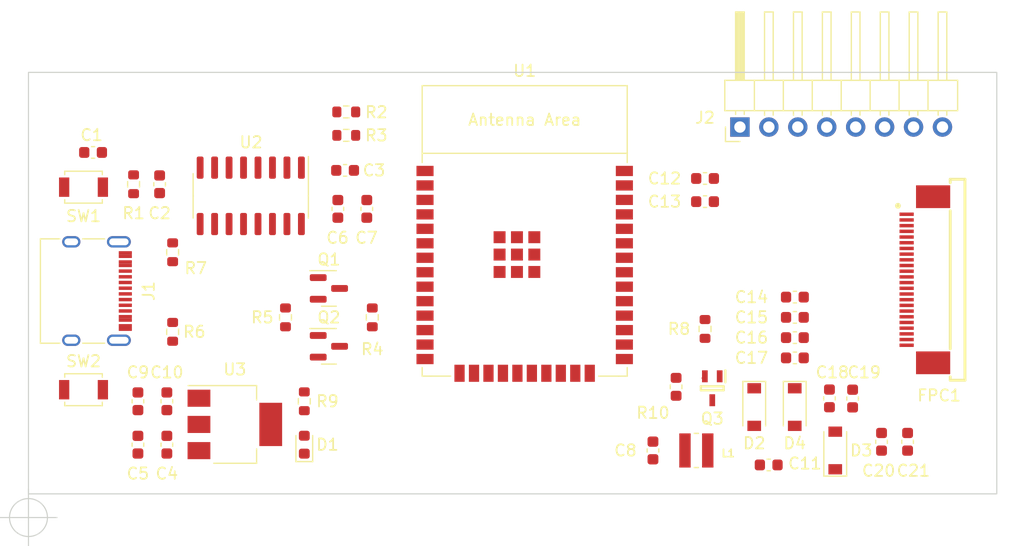
<source format=kicad_pcb>
(kicad_pcb (version 20211014) (generator pcbnew)
  (layers (0 "F.Cu" signal) (31 "B.Cu" signal) (34 "B.Paste" user) (35 "F.Paste" user) (36 "B.SilkS" user "B.Silkscreen") (37 "F.SilkS" user "F.Silkscreen") (38 "B.Mask" user) (39 "F.Mask" user) (44 "Edge.Cuts" user))
  (net 0 "")
  (net 1 "/RST_EN")
  (net 2 "GND")
  (net 3 "+3.3V")
  (net 4 "/3V3")
  (net 5 "+5V")
  (net 6 "Net-(C11-Pad1)")
  (net 7 "Net-(C11-Pad2)")
  (net 8 "Net-(C12-Pad1)")
  (net 9 "/VGL")
  (net 10 "/VGH")
  (net 11 "/VDD")
  (net 12 "/VPP")
  (net 13 "/VSH")
  (net 14 "/PREVGH")
  (net 15 "/VSL")
  (net 16 "/PREVGL")
  (net 17 "/VCOM")
  (net 18 "Net-(D1-Pad2)")
  (net 20 "/GDR")
  (net 21 "/RESE")
  (net 24 "/BUSY")
  (net 25 "/RST")
  (net 26 "/DC")
  (net 27 "/CS")
  (net 28 "/CLK")
  (net 29 "/SDA")
  (net 32 "Net-(J1-PadA5)")
  (net 33 "/D+")
  (net 34 "/D-")
  (net 36 "Net-(J1-PadB5)")
  (net 38 "/RTS")
  (net 39 "Net-(Q1-Pad2)")
  (net 40 "/DTR")
  (net 41 "Net-(Q2-Pad2)")
  (net 42 "/BOOT")
  (net 43 "/RXD0 ESP32")
  (net 44 "Net-(R2-Pad2)")
  (net 45 "/TXD0 ESP32")
  (net 46 "Net-(R3-Pad2)")
  (footprint "Capacitor_SMD:C_0603_1608Metric" (layer "F.Cu") (at 116.459 89.662 180)
    (fp_text reference "C1" (at 0.127 1.524) (layer "F.SilkS"))
    (fp_text value "0.1μF")
    (fp_line (start -0.14058 0.51) (end 0.14058 0.51) (layer "F.SilkS") (width 0.12))
    (fp_line (start -0.14058 -0.51) (end 0.14058 -0.51) (layer "F.SilkS") (width 0.12))
    (pad "1" smd roundrect (at -0.775 0 180) (size 0.9 0.95) (layers "F.Cu" "F.Paste" "F.Mask") (net 1 "/RST_EN"))
    (pad "2" smd roundrect (at 0.775 0 180) (size 0.9 0.95) (layers "F.Cu" "F.Paste" "F.Mask") (net 2 "GND"))
  )
  (footprint "Package_TO_SOT_SMD:SOT-23" (layer "F.Cu") (at 137.16 101.6)
    (fp_text reference "Q1" (at 0 -2.54) (layer "F.SilkS"))
    (fp_text value "S8050")
    (fp_line (start 0 -1.56) (end -1.675 -1.56) (layer "F.SilkS") (width 0.12))
    (fp_line (start 0 1.56) (end -0.65 1.56) (layer "F.SilkS") (width 0.12))
    (fp_line (start 0 -1.56) (end 0.65 -1.56) (layer "F.SilkS") (width 0.12))
    (fp_line (start 0 1.56) (end 0.65 1.56) (layer "F.SilkS") (width 0.12))
    (pad "1" smd roundrect (at -0.9375 -0.95) (size 1.475 0.6) (layers "F.Cu" "F.Paste" "F.Mask") (net 38 "/RTS"))
    (pad "2" smd roundrect (at -0.9375 0.95) (size 1.475 0.6) (layers "F.Cu" "F.Paste" "F.Mask") (net 39 "Net-(Q1-Pad2)"))
    (pad "3" smd roundrect (at 0.9375 0) (size 1.475 0.6) (layers "F.Cu" "F.Paste" "F.Mask") (net 1 "/RST_EN"))
  )
  (footprint "Resistor_SMD:R_0603_1608Metric" (layer "F.Cu") (at 133.35 104.14 -90)
    (fp_text reference "R5" (at 0 2.032) (layer "F.SilkS"))
    (fp_text value "10K")
    (fp_line (start -0.237258 -0.5225) (end 0.237258 -0.5225) (layer "F.SilkS") (width 0.12))
    (fp_line (start -0.237258 0.5225) (end 0.237258 0.5225) (layer "F.SilkS") (width 0.12))
    (pad "1" smd roundrect (at -0.825 0 270) (size 0.8 0.95) (layers "F.Cu" "F.Paste" "F.Mask") (net 38 "/RTS"))
    (pad "2" smd roundrect (at 0.825 0 270) (size 0.8 0.95) (layers "F.Cu" "F.Paste" "F.Mask") (net 41 "Net-(Q2-Pad2)"))
  )
  (footprint "Capacitor_SMD:C_0603_1608Metric" (layer "F.Cu") (at 170.18 93.98)
    (property "Reference" "C14")
    (property "Value" "1μF/50V")
    (fp_text reference "C13" (at -3.556 0) (layer "F.SilkS"))
    (fp_text value "1μF")
    (fp_line (start -0.14058 0.51) (end 0.14058 0.51) (layer "F.SilkS") (width 0.12))
    (fp_line (start -0.14058 -0.51) (end 0.14058 -0.51) (layer "F.SilkS") (width 0.12))
    (pad "1" smd roundrect (at -0.775 0) (size 0.9 0.95) (layers "F.Cu" "F.Paste" "F.Mask") (net 8 "Net-(C12-Pad1)"))
    (pad "2" smd roundrect (at 0.775 0) (size 0.9 0.95) (layers "F.Cu" "F.Paste" "F.Mask") (net 10 "/VGH"))
  )
  (footprint "Capacitor_SMD:C_0603_1608Metric" (layer "F.Cu") (at 178.067 107.696)
    (property "Reference" "C18")
    (property "Value" "1μF/50V")
    (fp_text reference "C17" (at -3.81 0) (layer "F.SilkS"))
    (fp_text value "1μF")
    (fp_line (start -0.14058 -0.51) (end 0.14058 -0.51) (layer "F.SilkS") (width 0.12))
    (fp_line (start -0.14058 0.51) (end 0.14058 0.51) (layer "F.SilkS") (width 0.12))
    (pad "1" smd roundrect (at -0.775 0) (size 0.9 0.95) (layers "F.Cu" "F.Paste" "F.Mask") (net 2 "GND"))
    (pad "2" smd roundrect (at 0.775 0) (size 0.9 0.95) (layers "F.Cu" "F.Paste" "F.Mask") (net 13 "/VSH"))
  )
  (footprint "SI1308EDL-T1-GE3:SOT65P210X110-3N" (layer "F.Cu") (at 170.815 110.363 -90)
    (fp_text reference "Q3" (at 2.667 0 180) (layer "F.SilkS"))
    (fp_text value "SI1308EDL-T1-GE3")
    (fp_line (start 0.175 1) (end -0.175 1) (layer "F.SilkS") (width 0.2))
    (fp_line (start -0.175 -1) (end 0.175 -1) (layer "F.SilkS") (width 0.2))
    (fp_line (start 0.175 -1) (end 0.175 1) (layer "F.SilkS") (width 0.2))
    (fp_line (start -1.575 -1.15) (end -0.525 -1.15) (layer "F.SilkS") (width 0.2))
    (fp_line (start -0.175 1) (end -0.175 -1) (layer "F.SilkS") (width 0.2))
    (pad "1" smd rect locked (at -1.05 -0.65 270) (size 1.05 0.5) (layers "F.Cu" "F.Paste" "F.Mask") (net 20 "/GDR"))
    (pad "2" smd rect locked (at -1.05 0.65 270) (size 1.05 0.5) (layers "F.Cu" "F.Paste" "F.Mask") (net 21 "/RESE"))
    (pad "3" smd rect locked (at 1.05 0 270) (size 1.05 0.5) (layers "F.Cu" "F.Paste" "F.Mask") (net 7 "Net-(C11-Pad2)"))
  )
  (footprint "Connector_USB:USB_C_Receptacle_XKB_U262-16XN-4BVC11" (layer "F.Cu") (at 115.6208 101.8286 -90)
    (fp_text reference "J1" (at 0 -5.715 90) (layer "F.SilkS"))
    (fp_text value "USB_C_Receptacle_USB2.0")
    (fp_line (start 4.58 0.07) (end 4.58 -1.85) (layer "F.SilkS") (width 0.12))
    (fp_line (start -4.58 3.785) (end -4.58 2.08) (layer "F.SilkS") (width 0.12))
    (fp_line (start -4.58 -1.85) (end -4.58 0.07) (layer "F.SilkS") (width 0.12))
    (fp_line (start 4.58 3.785) (end -4.58 3.785) (layer "F.SilkS") (width 0.12))
    (fp_line (start 4.58 2.08) (end 4.58 3.785) (layer "F.SilkS") (width 0.12))
    (pad "" np_thru_hole circle (at -2.89 -2.605 270) (size 0.65 0.65) (drill 0.65) (layers *.Cu *.Mask))
    (pad "" np_thru_hole circle (at 2.89 -2.605 270) (size 0.65 0.65) (drill 0.65) (layers *.Cu *.Mask))
    (pad "A1" smd rect (at -3.35 -3.67 270) (size 0.3 1.15) (layers "F.Cu" "F.Paste" "F.Mask") (net 2 "GND"))
    (pad "A4" smd rect (at -2.55 -3.67 270) (size 0.3 1.15) (layers "F.Cu" "F.Paste" "F.Mask") (net 5 "+5V"))
    (pad "A5" smd rect (at -1.25 -3.67 270) (size 0.3 1.15) (layers "F.Cu" "F.Paste" "F.Mask") (net 32 "Net-(J1-PadA5)"))
    (pad "A6" smd rect (at -0.25 -3.67 270) (size 0.3 1.15) (layers "F.Cu" "F.Paste" "F.Mask") (net 33 "/D+"))
    (pad "A7" smd rect (at 0.25 -3.67 270) (size 0.3 1.15) (layers "F.Cu" "F.Paste" "F.Mask") (net 34 "/D-"))
    (pad "A8" smd rect (at 1.25 -3.67 270) (size 0.3 1.15) (layers "F.Cu" "F.Paste" "F.Mask"))
    (pad "A9" smd rect (at 2.55 -3.67 270) (size 0.3 1.15) (layers "F.Cu" "F.Paste" "F.Mask") (net 5 "+5V"))
    (pad "A12" smd rect (at 3.35 -3.67 270) (size 0.3 1.15) (layers "F.Cu" "F.Paste" "F.Mask") (net 2 "GND"))
    (pad "B1" smd rect (at 3.05 -3.67 270) (size 0.3 1.15) (layers "F.Cu" "F.Paste" "F.Mask") (net 2 "GND"))
    (pad "B4" smd rect (at 2.25 -3.67 270) (size 0.3 1.15) (layers "F.Cu" "F.Paste" "F.Mask") (net 5 "+5V"))
    (pad "B5" smd rect (at 1.75 -3.67 270) (size 0.3 1.15) (layers "F.Cu" "F.Paste" "F.Mask") (net 36 "Net-(J1-PadB5)"))
    (pad "B6" smd rect (at 0.75 -3.67 270) (size 0.3 1.15) (layers "F.Cu" "F.Paste" "F.Mask") (net 33 "/D+"))
    (pad "B7" smd rect (at -0.75 -3.67 270) (size 0.3 1.15) (layers "F.Cu" "F.Paste" "F.Mask") (net 34 "/D-"))
    (pad "B8" smd rect (at -1.75 -3.67 270) (size 0.3 1.15) (layers "F.Cu" "F.Paste" "F.Mask"))
    (pad "B9" smd rect (at -2.25 -3.67 270) (size 0.3 1.15) (layers "F.Cu" "F.Paste" "F.Mask") (net 5 "+5V"))
    (pad "B12" smd rect (at -3.05 -3.67 270) (size 0.3 1.15) (layers "F.Cu" "F.Paste" "F.Mask") (net 2 "GND"))
    (pad "S1" thru_hole oval (at 4.32 -3.105 270) (size 1 2.1) (drill oval 0.6 1.7) (layers *.Cu *.Mask) (net 2 "GND"))
    (pad "S1" thru_hole oval (at -4.32 -3.105 270) (size 1 2.1) (drill oval 0.6 1.7) (layers *.Cu *.Mask) (net 2 "GND"))
    (pad "S1" thru_hole oval (at -4.32 1.075 270) (size 1 1.6) (drill oval 0.6 1.2) (layers *.Cu *.Mask) (net 2 "GND"))
    (pad "S1" thru_hole oval (at 4.32 1.075 270) (size 1 1.6) (drill oval 0.6 1.2) (layers *.Cu *.Mask) (net 2 "GND"))
  )
  (footprint "Package_TO_SOT_SMD:SOT-223-3_TabPin2" (layer "F.Cu") (at 128.905 113.538)
    (fp_text reference "U3" (at 0 -4.826 180) (layer "F.SilkS"))
    (fp_text value "AMS1117-3.3")
    (fp_line (start 1.91 3.41) (end 1.91 2.15) (layer "F.SilkS") (width 0.12))
    (fp_line (start -4.1 -3.41) (end 1.91 -3.41) (layer "F.SilkS") (width 0.12))
    (fp_line (start -1.85 3.41) (end 1.91 3.41) (layer "F.SilkS") (width 0.12))
    (fp_line (start 1.91 -3.41) (end 1.91 -2.15) (layer "F.SilkS") (width 0.12))
    (pad "1" smd rect (at -3.15 -2.3) (size 2 1.5) (layers "F.Cu" "F.Paste" "F.Mask") (net 2 "GND"))
    (pad "2" smd rect (at -3.15 0) (size 2 1.5) (layers "F.Cu" "F.Paste" "F.Mask") (net 3 "+3.3V"))
    (pad "2" smd rect (at 3.15 0) (size 2 3.8) (layers "F.Cu" "F.Paste" "F.Mask") (net 3 "+3.3V"))
    (pad "3" smd rect (at -3.15 2.3) (size 2 1.5) (layers "F.Cu" "F.Paste" "F.Mask") (net 5 "+5V"))
  )
  (footprint "Diode_SMD:D_SOD-123" (layer "F.Cu") (at 174.498 112.014 -90)
    (fp_text reference "D2" (at 3.175 0) (layer "F.SilkS"))
    (fp_text value "MBR0530")
    (fp_line (start -2.25 -1) (end 1.65 -1) (layer "F.SilkS") (width 0.12))
    (fp_line (start -2.25 1) (end 1.65 1) (layer "F.SilkS") (width 0.12))
    (fp_line (start -2.25 -1) (end -2.25 1) (layer "F.SilkS") (width 0.12))
    (pad "1" smd rect (at -1.65 0 270) (size 0.9 1.2) (layers "F.Cu" "F.Paste" "F.Mask") (net 2 "GND"))
    (pad "2" smd rect (at 1.65 0 270) (size 0.9 1.2) (layers "F.Cu" "F.Paste" "F.Mask") (net 6 "Net-(C11-Pad1)"))
  )
  (footprint "Espressif:ESP32-WROOM-32E" (layer "F.Cu") (at 154.349 98.298)
    (fp_text reference "U1" (at 0 -15.8) (layer "F.SilkS"))
    (fp_text value "ESP32-WROOM-E")
    (fp_text user "Antenna Area" (at 0 -11.5) (layer "F.SilkS"))
    (fp_line (start 9 -8.56) (end -9 -8.56) (layer "F.SilkS") (width 0.12))
    (fp_line (start -9 -14.5) (end -9 -7.75) (layer "F.SilkS") (width 0.12))
    (fp_line (start -9 10.25) (end -9 11) (layer "F.SilkS") (width 0.12))
    (fp_line (start 9 -14.5) (end 9 -7.75) (layer "F.SilkS") (width 0.12))
    (fp_line (start 9 11) (end 8.25 11) (layer "F.SilkS") (width 0.12))
    (fp_line (start 8.25 11) (end 6.5 11) (layer "F.SilkS") (width 0.12))
    (fp_line (start 9 10.25) (end 9 11) (layer "F.SilkS") (width 0.12))
    (fp_line (start -8.25 11) (end -6.5 11) (layer "F.SilkS") (width 0.12))
    (fp_line (start -9 -14.5) (end 9 -14.5) (layer "F.SilkS") (width 0.12))
    (fp_line (start -9 11) (end -8.25 11) (layer "F.SilkS") (width 0.12))
    (pad "1" smd rect (at -8.75 -7.01) (size 1.5 0.9) (layers "F.Cu" "F.Paste" "F.Mask") (net 2 "GND"))
    (pad "2" smd rect (at -8.75 -5.74) (size 1.5 0.9) (layers "F.Cu" "F.Paste" "F.Mask") (net 3 "+3.3V"))
    (pad "3" smd rect (at -8.75 -4.47) (size 1.5 0.9) (layers "F.Cu" "F.Paste" "F.Mask") (net 1 "/RST_EN"))
    (pad "4" smd rect (at -8.75 -3.2) (size 1.5 0.9) (layers "F.Cu" "F.Paste" "F.Mask"))
    (pad "5" smd rect (at -8.75 -1.93) (size 1.5 0.9) (layers "F.Cu" "F.Paste" "F.Mask"))
    (pad "6" smd rect (at -8.75 -0.66) (size 1.5 0.9) (layers "F.Cu" "F.Paste" "F.Mask"))
    (pad "7" smd rect (at -8.75 0.61) (size 1.5 0.9) (layers "F.Cu" "F.Paste" "F.Mask"))
    (pad "8" smd rect (at -8.75 1.88) (size 1.5 0.9) (layers "F.Cu" "F.Paste" "F.Mask"))
    (pad "9" smd rect (at -8.75 3.15) (size 1.5 0.9) (layers "F.Cu" "F.Paste" "F.Mask"))
    (pad "10" smd rect (at -8.75 4.42) (size 1.5 0.9) (layers "F.Cu" "F.Paste" "F.Mask"))
    (pad "11" smd rect (at -8.75 5.69) (size 1.5 0.9) (layers "F.Cu" "F.Paste" "F.Mask"))
    (pad "12" smd rect (at -8.75 6.96) (size 1.5 0.9) (layers "F.Cu" "F.Paste" "F.Mask"))
    (pad "13" smd rect (at -8.75 8.23) (size 1.5 0.9) (layers "F.Cu" "F.Paste" "F.Mask") (net 28 "/CLK"))
    (pad "14" smd rect (at -8.75 9.5) (size 1.5 0.9) (layers "F.Cu" "F.Paste" "F.Mask"))
    (pad "15" smd rect (at -5.72 10.75 90) (size 1.5 0.9) (layers "F.Cu" "F.Paste" "F.Mask") (net 2 "GND"))
    (pad "16" smd rect (at -4.45 10.75 90) (size 1.5 0.9) (layers "F.Cu" "F.Paste" "F.Mask") (net 29 "/SDA"))
    (pad "17" smd rect (at -3.18 10.75 90) (size 1.5 0.9) (layers "F.Cu" "F.Paste" "F.Mask"))
    (pad "18" smd rect (at -1.91 10.75 90) (size 1.5 0.9) (layers "F.Cu" "F.Paste" "F.Mask"))
    (pad "19" smd rect (at -0.64 10.75 90) (size 1.5 0.9) (layers "F.Cu" "F.Paste" "F.Mask"))
    (pad "20" smd rect (at 0.63 10.75 90) (size 1.5 0.9) (layers "F.Cu" "F.Paste" "F.Mask"))
    (pad "21" smd rect (at 1.9 10.75 90) (size 1.5 0.9) (layers "F.Cu" "F.Paste" "F.Mask"))
    (pad "22" smd rect (at 3.17 10.75 90) (size 1.5 0.9) (layers "F.Cu" "F.Paste" "F.Mask"))
    (pad "23" smd rect (at 4.44 10.75 90) (size 1.5 0.9) (layers "F.Cu" "F.Paste" "F.Mask") (net 27 "/CS"))
    (pad "24" smd rect (at 5.71 10.75 90) (size 1.5 0.9) (layers "F.Cu" "F.Paste" "F.Mask"))
    (pad "25" smd rect (at 8.75 9.5 180) (size 1.5 0.9) (layers "F.Cu" "F.Paste" "F.Mask") (net 42 "/BOOT"))
    (pad "26" smd rect (at 8.75 8.23 180) (size 1.5 0.9) (layers "F.Cu" "F.Paste" "F.Mask") (net 26 "/DC"))
    (pad "27" smd rect (at 8.75 6.96 180) (size 1.5 0.9) (layers "F.Cu" "F.Paste" "F.Mask") (net 25 "/RST"))
    (pad "28" smd rect (at 8.75 5.69 180) (size 1.5 0.9) (layers "F.Cu" "F.Paste" "F.Mask") (net 24 "/BUSY"))
    (pad "29" smd rect (at 8.75 4.42 180) (size 1.5 0.9) (layers "F.Cu" "F.Paste" "F.Mask"))
    (pad "30" smd rect (at 8.75 3.15 180) (size 1.5 0.9) (layers "F.Cu" "F.Paste" "F.Mask"))
    (pad "31" smd rect (at 8.75 1.88 180) (size 1.5 0.9) (layers "F.Cu" "F.Paste" "F.Mask"))
    (pad "32" smd rect (at 8.75 0.61 180) (size 1.5 0.9) (layers "F.Cu" "F.Paste" "F.Mask"))
    (pad "33" smd rect (at 8.75 -0.66 180) (size 1.5 0.9) (layers "F.Cu" "F.Paste" "F.Mask"))
    (pad "34" smd rect (at 8.75 -1.93 180) (size 1.5 0.9) (layers "F.Cu" "F.Paste" "F.Mask") (net 44 "Net-(R2-Pad2)"))
    (pad "35" smd rect (at 8.75 -3.2 180) (size 1.5 0.9) (layers "F.Cu" "F.Paste" "F.Mask") (net 46 "Net-(R3-Pad2)"))
    (pad "36" smd rect (at 8.75 -4.47 180) (size 1.5 0.9) (layers "F.Cu" "F.Paste" "F.Mask"))
    (pad "37" smd rect (at 8.75 -5.74 180) (size 1.5 0.9) (layers "F.Cu" "F.Paste" "F.Mask"))
    (pad "38" smd rect (at 8.75 -7.01 180) (size 1.5 0.9) (layers "F.Cu" "F.Paste" "F.Mask") (net 2 "GND"))
    (pad "39" smd rect (at 0.845 0.33 180) (size 1.05 1.05) (layers "F.Cu" "F.Paste" "F.Mask") (net 2 "GND"))
    (pad "39" smd rect (at 0.845 1.855 180) (size 1.05 1.05) (layers "F.Cu" "F.Paste" "F.Mask") (net 2 "GND"))
    (pad "39" smd rect (at -0.68 -1.195 180) (size 1.05 1.05) (layers "F.Cu" "F.Paste" "F.Mask") (net 2 "GND"))
    (pad "39" smd rect (at -2.205 0.33 180) (size 1.05 1.05) (layers "F.Cu" "F.Paste" "F.Mask") (net 2 "GND"))
    (pad "39" smd rect (at -2.205 -1.195 180) (size 1.05 1.05) (layers "F.Cu" "F.Paste" "F.Mask") (net 2 "GND"))
    (pad "39" smd rect (at 0.845 -1.195 180) (size 1.05 1.05) (layers "F.Cu" "F.Paste" "F.Mask") (net 2 "GND"))
    (pad "39" smd rect (at -0.68 1.855 180) (size 1.05 1.05) (layers "F.Cu" "F.Paste" "F.Mask") (net 2 "GND"))
    (pad "39" smd rect (at -2.205 1.855 180) (size 1.05 1.05) (layers "F.Cu" "F.Paste" "F.Mask") (net 2 "GND"))
    (pad "39" smd rect (at -0.68 0.33 180) (size 1.05 1.05) (layers "F.Cu" "F.Paste" "F.Mask") (net 2 "GND"))
  )
  (footprint "Capacitor_SMD:C_0603_1608Metric" (layer "F.Cu") (at 120.396 115.316 90)
    (fp_text reference "C5" (at -2.54 0 180) (layer "F.SilkS"))
    (fp_text value "10μF/10V")
    (fp_line (start -0.14058 0.51) (end 0.14058 0.51) (layer "F.SilkS") (width 0.12))
    (fp_line (start -0.14058 -0.51) (end 0.14058 -0.51) (layer "F.SilkS") (width 0.12))
    (pad "1" smd roundrect (at -0.775 0 90) (size 0.9 0.95) (layers "F.Cu" "F.Paste" "F.Mask") (net 5 "+5V"))
    (pad "2" smd roundrect (at 0.775 0 90) (size 0.9 0.95) (layers "F.Cu" "F.Paste" "F.Mask") (net 2 "GND"))
  )
  (footprint "Capacitor_SMD:C_0603_1608Metric" (layer "F.Cu") (at 175.768 117.094)
    (fp_text reference "C11" (at 3.175 -0.127) (layer "F.SilkS"))
    (fp_text value "4.7μF")
    (fp_line (start -0.14058 0.51) (end 0.14058 0.51) (layer "F.SilkS") (width 0.12))
    (fp_line (start -0.14058 -0.51) (end 0.14058 -0.51) (layer "F.SilkS") (width 0.12))
    (pad "1" smd roundrect (at -0.775 0) (size 0.9 0.95) (layers "F.Cu" "F.Paste" "F.Mask") (net 6 "Net-(C11-Pad1)"))
    (pad "2" smd roundrect (at 0.775 0) (size 0.9 0.95) (layers "F.Cu" "F.Paste" "F.Mask") (net 7 "Net-(C11-Pad2)"))
  )
  (footprint "05K-AS-24PWB:FPC-SMD_24P-P0.50_0.5K-AS-24PWB" (layer "F.Cu") (at 189.039 100.838 90)
    (fp_text reference "FPC1" (at -10.16 -0.317 180) (layer "F.SilkS") (effects (justify left)))
    (fp_text value "0.5K-AS-24PWB")
    (fp_line (start -6.059 2.665) (end 6.059 2.665) (layer "F.SilkS") (width 0.254))
    (fp_line (start 8.82 3.957) (end -8.82 3.957) (layer "F.SilkS") (width 0.254))
    (fp_line (start -8.82 2.667) (end -8.521 2.667) (layer "F.SilkS") (width 0.254))
    (fp_line (start 8.521 2.665) (end 8.82 2.665) (layer "F.SilkS") (width 0.254))
    (fp_line (start 8.82 2.665) (end 8.82 3.957) (layer "F.SilkS") (width 0.254))
    (fp_line (start -8.82 3.957) (end -8.82 2.667) (layer "F.SilkS") (width 0.254))
    (fp_circle (center 6.494 -1.924) (end 6.621 -1.924) (layer "F.SilkS") (width 0.254) (fill none))
    (pad "1" smd rect locked (at 5.75 -1.162 90) (size 0.3 1.25) (layers "F.Cu" "F.Paste" "F.Mask"))
    (pad "2" smd rect locked (at 5.25 -1.162 90) (size 0.3 1.25) (layers "F.Cu" "F.Paste" "F.Mask") (net 20 "/GDR"))
    (pad "3" smd rect locked (at 4.75 -1.162 90) (size 0.3 1.25) (layers "F.Cu" "F.Paste" "F.Mask") (net 21 "/RESE"))
    (pad "4" smd rect locked (at 4.25 -1.162 90) (size 0.3 1.25) (layers "F.Cu" "F.Paste" "F.Mask") (net 9 "/VGL"))
    (pad "5" smd rect locked (at 3.75 -1.162 90) (size 0.3 1.25) (layers "F.Cu" "F.Paste" "F.Mask") (net 10 "/VGH"))
    (pad "6" smd rect locked (at 3.25 -1.162 90) (size 0.3 1.25) (layers "F.Cu" "F.Paste" "F.Mask"))
    (pad "7" smd rect locked (at 2.75 -1.162 90) (size 0.3 1.25) (layers "F.Cu" "F.Paste" "F.Mask"))
    (pad "8" smd rect locked (at 2.25 -1.162 90) (size 0.3 1.25) (layers "F.Cu" "F.Paste" "F.Mask") (net 2 "GND"))
    (pad "9" smd rect locked (at 1.75 -1.162 90) (size 0.3 1.25) (layers "F.Cu" "F.Paste" "F.Mask") (net 24 "/BUSY"))
    (pad "10" smd rect locked (at 1.25 -1.162 90) (size 0.3 1.25) (layers "F.Cu" "F.Paste" "F.Mask") (net 25 "/RST"))
    (pad "11" smd rect locked (at 0.75 -1.162 90) (size 0.3 1.25) (layers "F.Cu" "F.Paste" "F.Mask") (net 26 "/DC"))
    (pad "12" smd rect locked (at 0.25 -1.162 90) (size 0.3 1.25) (layers "F.Cu" "F.Paste" "F.Mask") (net 27 "/CS"))
    (pad "13" smd rect locked (at -0.25 -1.162 90) (size 0.3 1.25) (layers "F.Cu" "F.Paste" "F.Mask") (net 28 "/CLK"))
    (pad "14" smd rect locked (at -0.75 -1.162 90) (size 0.3 1.25) (layers "F.Cu" "F.Paste" "F.Mask") (net 29 "/SDA"))
    (pad "15" smd rect locked (at -1.25 -1.162 90) (size 0.3 1.25) (layers "F.Cu" "F.Paste" "F.Mask") (net 4 "/3V3"))
    (pad "16" smd rect locked (at -1.75 -1.162 90) (size 0.3 1.25) (layers "F.Cu" "F.Paste" "F.Mask") (net 4 "/3V3"))
    (pad "17" smd rect locked (at -2.25 -1.162 90) (size 0.3 1.25) (layers "F.Cu" "F.Paste" "F.Mask") (net 2 "GND"))
    (pad "18" smd rect locked (at -2.75 -1.162 90) (size 0.3 1.25) (layers "F.Cu" "F.Paste" "F.Mask") (net 11 "/VDD"))
    (pad "19" smd rect locked (at -3.25 -1.162 90) (size 0.3 1.25) (layers "F.Cu" "F.Paste" "F.Mask") (net 12 "/VPP"))
    (pad "20" smd rect locked (at -3.75 -1.162 90) (size 0.3 1.25) (layers "F.Cu" "F.Paste" "F.Mask") (net 13 "/VSH"))
    (pad "21" smd rect locked (at -4.25 -1.162 90) (size 0.3 1.25) (layers "F.Cu" "F.Paste" "F.Mask") (net 14 "/PREVGH"))
    (pad "22" smd rect locked (at -4.75 -1.162 90) (size 0.3 1.25) (layers "F.Cu" "F.Paste" "F.Mask") (net 15 "/VSL"))
    (pad "23" smd rect locked (at -5.25 -1.162 90) (size 0.3 1.25) (layers "F.Cu" "F.Paste" "F.Mask") (net 16 "/PREVGL"))
    (pad "24" smd rect locked (at -5.75 -1.162 90) (size 0.3 1.25) (layers "F.Cu" "F.Paste" "F.Mask") (net 17 "/VCOM"))
    (pad "25" smd rect locked (at -7.29 1.162 90) (size 2 3) (layers "F.Cu" "F.Paste" "F.Mask"))
    (pad "26" smd rect locked (at 7.29 1.162 90) (size 2 3) (layers "F.Cu" "F.Paste" "F.Mask"))
  )
  (footprint "Capacitor_SMD:C_0603_1608Metric" (layer "F.Cu") (at 178.067 105.918)
    (property "Reference" "C17")
    (property "Value" "1μF/50V")
    (fp_text reference "C16" (at -3.81 0) (layer "F.SilkS"))
    (fp_text value "1μF")
    (fp_line (start -0.14058 -0.51) (end 0.14058 -0.51) (layer "F.SilkS") (width 0.12))
    (fp_line (start -0.14058 0.51) (end 0.14058 0.51) (layer "F.SilkS") (width 0.12))
    (pad "1" smd roundrect (at -0.775 0) (size 0.9 0.95) (layers "F.Cu" "F.Paste" "F.Mask") (net 2 "GND"))
    (pad "2" smd roundrect (at 0.775 0) (size 0.9 0.95) (layers "F.Cu" "F.Paste" "F.Mask") (net 12 "/VPP"))
  )
  (footprint "Capacitor_SMD:C_0603_1608Metric" (layer "F.Cu") (at 181.102 111.252 90)
    (property "Reference" "C19")
    (property "Value" "1μF/50V")
    (fp_text reference "C18" (at 2.286 0.254 180) (layer "F.SilkS"))
    (fp_text value "1μF")
    (fp_line (start -0.14058 -0.51) (end 0.14058 -0.51) (layer "F.SilkS") (width 0.12))
    (fp_line (start -0.14058 0.51) (end 0.14058 0.51) (layer "F.SilkS") (width 0.12))
    (pad "1" smd roundrect (at -0.775 0 90) (size 0.9 0.95) (layers "F.Cu" "F.Paste" "F.Mask") (net 2 "GND"))
    (pad "2" smd roundrect (at 0.775 0 90) (size 0.9 0.95) (layers "F.Cu" "F.Paste" "F.Mask") (net 14 "/PREVGH"))
  )
  (footprint "Resistor_SMD:R_0603_1608Metric" (layer "F.Cu") (at 123.444 105.41 -90)
    (fp_text reference "R6" (at 0 -1.905 180) (layer "F.SilkS"))
    (fp_text value "5K1")
    (fp_line (start -0.237258 -0.5225) (end 0.237258 -0.5225) (layer "F.SilkS") (width 0.12))
    (fp_line (start -0.237258 0.5225) (end 0.237258 0.5225) (layer "F.SilkS") (width 0.12))
    (pad "1" smd roundrect (at -0.825 0 270) (size 0.8 0.95) (layers "F.Cu" "F.Paste" "F.Mask") (net 36 "Net-(J1-PadB5)"))
    (pad "2" smd roundrect (at 0.825 0 270) (size 0.8 0.95) (layers "F.Cu" "F.Paste" "F.Mask") (net 2 "GND"))
  )
  (footprint "Button_Switch_SMD:SW_SPST_B3U-1000P" (layer "F.Cu") (at 115.6208 110.49)
    (fp_text reference "SW2" (at 0 -2.5) (layer "F.SilkS"))
    (fp_text value "SW_Push")
    (fp_line (start 1.65 1.4) (end 1.65 1.1) (layer "F.SilkS") (width 0.12))
    (fp_line (start -1.65 1.1) (end -1.65 1.4) (layer "F.SilkS") (width 0.12))
    (fp_line (start -1.65 -1.1) (end -1.65 -1.4) (layer "F.SilkS") (width 0.12))
    (fp_line (start 1.65 -1.4) (end 1.65 -1.1) (layer "F.SilkS") (width 0.12))
    (fp_line (start -1.65 1.4) (end 1.65 1.4) (layer "F.SilkS") (width 0.12))
    (fp_line (start -1.65 -1.4) (end 1.65 -1.4) (layer "F.SilkS") (width 0.12))
    (pad "1" smd rect (at -1.7 0) (size 0.9 1.7) (layers "F.Cu" "F.Paste" "F.Mask") (net 2 "GND"))
    (pad "2" smd rect (at 1.7 0) (size 0.9 1.7) (layers "F.Cu" "F.Paste" "F.Mask") (net 42 "/BOOT"))
  )
  (footprint "LED_SMD:LED_0603_1608Metric" (layer "F.Cu") (at 135.001 115.316 90)
    (fp_text reference "D1" (at 0 2.032 180) (layer "F.SilkS"))
    (fp_text value "Green")
    (fp_line (start 0.8 -0.735) (end -1.485 -0.735) (layer "F.SilkS") (width 0.12))
    (fp_line (start -1.485 -0.735) (end -1.485 0.735) (layer "F.SilkS") (width 0.12))
    (fp_line (start -1.485 0.735) (end 0.8 0.735) (layer "F.SilkS") (width 0.12))
    (pad "1" smd roundrect (at -0.7875 0 90) (size 0.875 0.95) (layers "F.Cu" "F.Paste" "F.Mask") (net 2 "GND"))
    (pad "2" smd roundrect (at 0.7875 0 90) (size 0.875 0.95) (layers "F.Cu" "F.Paste" "F.Mask") (net 18 "Net-(D1-Pad2)"))
  )
  (footprint "Diode_SMD:D_SOD-123" (layer "F.Cu") (at 181.61 115.824 90)
    (fp_text reference "D3" (at 0 2.286) (layer "F.SilkS"))
    (fp_text value "MBR0530")
    (fp_line (start -2.25 -1) (end 1.65 -1) (layer "F.SilkS") (width 0.12))
    (fp_line (start -2.25 -1) (end -2.25 1) (layer "F.SilkS") (width 0.12))
    (fp_line (start -2.25 1) (end 1.65 1) (layer "F.SilkS") (width 0.12))
    (pad "1" smd rect (at -1.65 0 90) (size 0.9 1.2) (layers "F.Cu" "F.Paste" "F.Mask") (net 6 "Net-(C11-Pad1)"))
    (pad "2" smd rect (at 1.65 0 90) (size 0.9 1.2) (layers "F.Cu" "F.Paste" "F.Mask") (net 16 "/PREVGL"))
  )
  (footprint "Resistor_SMD:R_0603_1608Metric" (layer "F.Cu") (at 138.684 86.106)
    (fp_text reference "R2" (at 2.6416 0.0254) (layer "F.SilkS"))
    (fp_text value "1K")
    (fp_line (start -0.237258 0.5225) (end 0.237258 0.5225) (layer "F.SilkS") (width 0.12))
    (fp_line (start -0.237258 -0.5225) (end 0.237258 -0.5225) (layer "F.SilkS") (width 0.12))
    (pad "1" smd roundrect (at -0.825 0) (size 0.8 0.95) (layers "F.Cu" "F.Paste" "F.Mask") (net 43 "/RXD0 ESP32"))
    (pad "2" smd roundrect (at 0.825 0) (size 0.8 0.95) (layers "F.Cu" "F.Paste" "F.Mask") (net 44 "Net-(R2-Pad2)"))
  )
  (footprint "Capacitor_SMD:C_0603_1608Metric" (layer "F.Cu") (at 178.067 102.362)
    (property "Reference" "C15")
    (property "Value" "0.1μF/50V")
    (fp_text reference "C14" (at -3.81 0) (layer "F.SilkS"))
    (fp_text value "0.1μF")
    (fp_line (start -0.14058 -0.51) (end 0.14058 -0.51) (layer "F.SilkS") (width 0.12))
    (fp_line (start -0.14058 0.51) (end 0.14058 0.51) (layer "F.SilkS") (width 0.12))
    (pad "1" smd roundrect (at -0.775 0) (size 0.9 0.95) (layers "F.Cu" "F.Paste" "F.Mask") (net 2 "GND"))
    (pad "2" smd roundrect (at 0.775 0) (size 0.9 0.95) (layers "F.Cu" "F.Paste" "F.Mask") (net 4 "/3V3"))
  )
  (footprint "Capacitor_SMD:C_0603_1608Metric" (layer "F.Cu") (at 137.9474 94.615 -90)
    (fp_text reference "C6" (at 2.54 0.0254 180) (layer "F.SilkS"))
    (fp_text value "0.1μF")
    (fp_line (start -0.14058 -0.51) (end 0.14058 -0.51) (layer "F.SilkS") (width 0.12))
    (fp_line (start -0.14058 0.51) (end 0.14058 0.51) (layer "F.SilkS") (width 0.12))
    (pad "1" smd roundrect (at -0.775 0 270) (size 0.9 0.95) (layers "F.Cu" "F.Paste" "F.Mask") (net 2 "GND"))
    (pad "2" smd roundrect (at 0.775 0 270) (size 0.9 0.95) (layers "F.Cu" "F.Paste" "F.Mask") (net 5 "+5V"))
  )
  (footprint "Capacitor_SMD:C_0603_1608Metric" (layer "F.Cu") (at 165.608 115.824 90)
    (fp_text reference "C8" (at 0 -2.413 180) (layer "F.SilkS"))
    (fp_text value "4.7μF")
    (fp_line (start -0.14058 -0.51) (end 0.14058 -0.51) (layer "F.SilkS") (width 0.12))
    (fp_line (start -0.14058 0.51) (end 0.14058 0.51) (layer "F.SilkS") (width 0.12))
    (pad "1" smd roundrect (at -0.775 0 90) (size 0.9 0.95) (layers "F.Cu" "F.Paste" "F.Mask") (net 2 "GND"))
    (pad "2" smd roundrect (at 0.775 0 90) (size 0.9 0.95) (layers "F.Cu" "F.Paste" "F.Mask") (net 3 "+3.3V"))
  )
  (footprint "Button_Switch_SMD:SW_SPST_B3U-1000P" (layer "F.Cu") (at 115.6208 92.71)
    (fp_text reference "SW1" (at 0 2.54) (layer "F.SilkS"))
    (fp_text value "SW_Push")
    (fp_line (start -1.65 -1.4) (end 1.65 -1.4) (layer "F.SilkS") (width 0.12))
    (fp_line (start -1.65 -1.1) (end -1.65 -1.4) (layer "F.SilkS") (width 0.12))
    (fp_line (start 1.65 1.4) (end 1.65 1.1) (layer "F.SilkS") (width 0.12))
    (fp_line (start -1.65 1.4) (end 1.65 1.4) (layer "F.SilkS") (width 0.12))
    (fp_line (start 1.65 -1.4) (end 1.65 -1.1) (layer "F.SilkS") (width 0.12))
    (fp_line (start -1.65 1.1) (end -1.65 1.4) (layer "F.SilkS") (width 0.12))
    (pad "1" smd rect (at -1.7 0) (size 0.9 1.7) (layers "F.Cu" "F.Paste" "F.Mask") (net 2 "GND"))
    (pad "2" smd rect (at 1.7 0) (size 0.9 1.7) (layers "F.Cu" "F.Paste" "F.Mask") (net 1 "/RST_EN"))
  )
  (footprint "Capacitor_SMD:C_0603_1608Metric" (layer "F.Cu") (at 122.301 92.456 90)
    (fp_text reference "C2" (at -2.54 0) (layer "F.SilkS"))
    (fp_text value "0.1μF")
    (fp_line (start -0.14058 0.51) (end 0.14058 0.51) (layer "F.SilkS") (width 0.12))
    (fp_line (start -0.14058 -0.51) (end 0.14058 -0.51) (layer "F.SilkS") (width 0.12))
    (pad "1" smd roundrect (at -0.775 0 90) (size 0.9 0.95) (layers "F.Cu" "F.Paste" "F.Mask") (net 3 "+3.3V"))
    (pad "2" smd roundrect (at 0.775 0 90) (size 0.9 0.95) (layers "F.Cu" "F.Paste" "F.Mask") (net 2 "GND"))
  )
  (footprint "Resistor_SMD:R_0603_1608Metric" (layer "F.Cu") (at 140.97 104.14 90)
    (fp_text reference "R4" (at -2.794 0) (layer "F.SilkS"))
    (fp_text value "10K")
    (fp_line (start -0.237258 0.5225) (end 0.237258 0.5225) (layer "F.SilkS") (width 0.12))
    (fp_line (start -0.237258 -0.5225) (end 0.237258 -0.5225) (layer "F.SilkS") (width 0.12))
    (pad "1" smd roundrect (at -0.825 0 90) (size 0.8 0.95) (layers "F.Cu" "F.Paste" "F.Mask") (net 40 "/DTR"))
    (pad "2" smd roundrect (at 0.825 0 90) (size 0.8 0.95) (layers "F.Cu" "F.Paste" "F.Mask") (net 39 "Net-(Q1-Pad2)"))
  )
  (footprint "Connector_PinHeader_2.54mm:PinHeader_1x08_P2.54mm_Horizontal" (layer "F.Cu") (at 173.243 87.433 90)
    (fp_text reference "J2" (at 0.819 -3.063 180) (layer "F.SilkS"))
    (fp_text value "Conn_01x08_Male")
    (fp_line (start 4.1 12.32) (end 10.1 12.32) (layer "F.SilkS") (width 0.12))
    (fp_line (start 10.1 17.4) (end 10.1 18.16) (layer "F.SilkS") (width 0.12))
    (fp_line (start 1.11 -0.38) (end 1.44 -0.38) (layer "F.SilkS") (width 0.12))
    (fp_line (start 1.042929 7.24) (end 1.44 7.24) (layer "F.SilkS") (width 0.12))
    (fp_line (start 10.1 2.16) (end 10.1 2.92) (layer "F.SilkS") (width 0.12))
    (fp_line (start 10.1 8) (end 4.1 8) (layer "F.SilkS") (width 0.12))
    (fp_line (start -1.27 -1.27) (end 0 -1.27) (layer "F.SilkS") (width 0.12))
    (fp_line (start 1.042929 10.54) (end 1.44 10.54) (layer "F.SilkS") (width 0.12))
    (fp_line (start 4.1 0.16) (end 10.1 0.16) (layer "F.SilkS") (width 0.12))
    (fp_line (start 1.042929 2.16) (end 1.44 2.16) (layer "F.SilkS") (width 0.12))
    (fp_line (start 1.44 6.35) (end 4.1 6.35) (layer "F.SilkS") (width 0.12))
    (fp_line (start 4.1 -0.38) (end 10.1 -0.38) (layer "F.SilkS") (width 0.12))
    (fp_line (start 1.44 16.51) (end 4.1 16.51) (layer "F.SilkS") (width 0.12))
    (fp_line (start 1.042929 17.4) (end 1.44 17.4) (layer "F.SilkS") (width 0.12))
    (fp_line (start 4.1 -0.2) (end 10.1 -0.2) (layer "F.SilkS") (width 0.12))
    (fp_line (start -1.27 0) (end -1.27 -1.27) (layer "F.SilkS") (width 0.12))
    (fp_line (start 10.1 -0.38) (end 10.1 0.38) (layer "F.SilkS") (width 0.12))
    (fp_line (start 1.042929 18.16) (end 1.44 18.16) (layer "F.SilkS") (width 0.12))
    (fp_line (start 10.1 4.7) (end 10.1 5.46) (layer "F.SilkS") (width 0.12))
    (fp_line (start 1.44 13.97) (end 4.1 13.97) (layer "F.SilkS") (width 0.12))
    (fp_line (start 1.042929 9.78) (end 1.44 9.78) (layer "F.SilkS") (width 0.12))
    (fp_line (start 4.1 9.78) (end 10.1 9.78) (layer "F.SilkS") (width 0.12))
    (fp_line (start 10.1 9.78) (end 10.1 10.54) (layer "F.SilkS") (width 0.12))
    (fp_line (start 10.1 7.24) (end 10.1 8) (layer "F.SilkS") (width 0.12))
    (fp_line (start 1.44 1.27) (end 4.1 1.27) (layer "F.SilkS") (width 0.12))
    (fp_line (start 4.1 -1.33) (end 1.44 -1.33) (layer "F.SilkS") (width 0.12))
    (fp_line (start 4.1 7.24) (end 10.1 7.24) (layer "F.SilkS") (width 0.12))
    (fp_line (start 4.1 -0.32) (end 10.1 -0.32) (layer "F.SilkS") (width 0.12))
    (fp_line (start 1.042929 14.86) (end 1.44 14.86) (layer "F.SilkS") (width 0.12))
    (fp_line (start 1.44 -1.33) (end 1.44 19.11) (layer "F.SilkS") (width 0.12))
    (fp_line (start 1.042929 12.32) (end 1.44 12.32) (layer "F.SilkS") (width 0.12))
    (fp_line (start 1.44 11.43) (end 4.1 11.43) (layer "F.SilkS") (width 0.12))
    (fp_line (start 10.1 12.32) (end 10.1 13.08) (layer "F.SilkS") (width 0.12))
    (fp_line (start 4.1 -0.08) (end 10.1 -0.08) (layer "F.SilkS") (width 0.12))
    (fp_line (start 4.1 14.86) (end 10.1 14.86) (layer "F.SilkS") (width 0.12))
    (fp_line (start 1.44 8.89) (end 4.1 8.89) (layer "F.SilkS") (width 0.12))
    (fp_line (start 1.042929 8) (end 1.44 8) (layer "F.SilkS") (width 0.12))
    (fp_line (start 10.1 2.92) (end 4.1 2.92) (layer "F.SilkS") (width 0.12))
    (fp_line (start 1.44 19.11) (end 4.1 19.11) (layer "F.SilkS") (width 0.12))
    (fp_line (start 10.1 0.38) (end 4.1 0.38) (layer "F.SilkS") (width 0.12))
    (fp_line (start 4.1 4.7) (end 10.1 4.7) (layer "F.SilkS") (width 0.12))
    (fp_line (start 4.1 2.16) (end 10.1 2.16) (layer "F.SilkS") (width 0.12))
    (fp_line (start 1.042929 5.46) (end 1.44 5.46) (layer "F.SilkS") (width 0.12))
    (fp_line (start 4.1 19.11) (end 4.1 -1.33) (layer "F.SilkS") (width 0.12))
    (fp_line (start 10.1 14.86) (end 10.1 15.62) (layer "F.SilkS") (width 0.12))
    (fp_line (start 10.1 18.16) (end 4.1 18.16) (layer "F.SilkS") (width 0.12))
    (fp_line (start 10.1 13.08) (end 4.1 13.08) (layer "F.SilkS") (width 0.12))
    (fp_line (start 10.1 5.46) (end 4.1 5.46) (layer "F.SilkS") (width 0.12))
    (fp_line (start 4.1 0.04) (end 10.1 0.04) (layer "F.SilkS") (width 0.12))
    (fp_line (start 1.042929 13.08) (end 1.44 13.08) (layer "F.SilkS") (width 0.12))
    (fp_line (start 1.042929 15.62) (end 1.44 15.62) (layer "F.SilkS") (width 0.12))
    (fp_line (start 10.1 10.54) (end 4.1 10.54) (layer "F.SilkS") (width 0.12))
    (fp_line (start 1.11 0.38) (end 1.44 0.38) (layer "F.SilkS") (width 0.12))
    (fp_line (start 1.042929 2.92) (end 1.44 2.92) (layer "F.SilkS") (width 0.12))
    (fp_line (start 1.042929 4.7) (end 1.44 4.7) (layer "F.SilkS") (width 0.12))
    (fp_line (start 10.1 15.62) (end 4.1 15.62) (layer "F.SilkS") (width 0.12))
    (fp_line (start 1.44 3.81) (end 4.1 3.81) (layer "F.SilkS") (width 0.12))
    (fp_line (start 4.1 17.4) (end 10.1 17.4) (layer "F.SilkS") (width 0.12))
    (fp_line (start 4.1 0.28) (end 10.1 0.28) (layer "F.SilkS") (width 0.12))
    (pad "1" thru_hole rect (at 0 0 90) (size 1.7 1.7) (drill 1) (layers *.Cu *.Mask) (net 24 "/BUSY"))
    (pad "2" thru_hole oval (at 0 2.54 90) (size 1.7 1.7) (drill 1) (layers *.Cu *.Mask) (net 25 "/RST"))
    (pad "3" thru_hole oval (at 0 5.08 90) (size 1.7 1.7) (drill 1) (layers *.Cu *.Mask) (net 26 "/DC"))
    (pad "4" thru_hole oval (at 0 7.62 90) (size 1.7 1.7) (drill 1) (layers *.Cu *.Mask) (net 27 "/CS"))
    (pad "5" thru_hole oval (at 0 10.16 90) (size 1.7 1.7) (drill 1) (layers *.Cu *.Mask) (net 28 "/CLK"))
    (pad "6" thru_hole oval (at 0 12.7 90) (size 1.7 1.7) (drill 1) (layers *.Cu *.Mask) (net 29 "/SDA"))
    (pad "7" thru_hole oval (at 0 15.24 90) (size 1.7 1.7) (drill 1) (layers *.Cu *.Mask) (net 2 "GND"))
    (pad "8" thru_hole oval (at 0 17.78 90) (size 1.7 1.7) (drill 1) (layers *.Cu *.Mask) (net 4 "/3V3"))
  )
  (footprint "Resistor_SMD:R_0603_1608Metric" (layer "F.Cu") (at 170.18 105.156 -90)
    (fp_text reference "R8" (at 0 2.286) (layer "F.SilkS"))
    (fp_text value "10K")
    (fp_line (start -0.237258 0.5225) (end 0.237258 0.5225) (layer "F.SilkS") (width 0.12))
    (fp_line (start -0.237258 -0.5225) (end 0.237258 -0.5225) (layer "F.SilkS") (width 0.12))
    (pad "1" smd roundrect (at -0.825 0 270) (size 0.8 0.95) (layers "F.Cu" "F.Paste" "F.Mask") (net 20 "/GDR"))
    (pad "2" smd roundrect (at 0.825 0 270) (size 0.8 0.95) (layers "F.Cu" "F.Paste" "F.Mask") (net 2 "GND"))
  )
  (footprint "Capacitor_SMD:C_0603_1608Metric" (layer "F.Cu") (at 138.5824 91.2368)
    (property "Reference" "C23")
    (property "Value" "0.1μF")
    (fp_text reference "C3" (at 2.54 0 180) (layer "F.SilkS"))
    (fp_text value "0.1μF")
    (fp_line (start -0.14058 -0.51) (end 0.14058 -0.51) (layer "F.SilkS") (width 0.12))
    (fp_line (start -0.14058 0.51) (end 0.14058 0.51) (layer "F.SilkS") (width 0.12))
    (pad "1" smd roundrect (at -0.775 0) (size 0.9 0.95) (layers "F.Cu" "F.Paste" "F.Mask") (net 4 "/3V3"))
    (pad "2" smd roundrect (at 0.775 0) (size 0.9 0.95) (layers "F.Cu" "F.Paste" "F.Mask") (net 2 "GND"))
  )
  (footprint "Resistor_SMD:R_0603_1608Metric" (layer "F.Cu") (at 120.015 92.456 90)
    (fp_text reference "R1" (at -2.54 0) (layer "F.SilkS"))
    (fp_text value "10K")
    (fp_line (start -0.237258 0.5225) (end 0.237258 0.5225) (layer "F.SilkS") (width 0.12))
    (fp_line (start -0.237258 -0.5225) (end 0.237258 -0.5225) (layer "F.SilkS") (width 0.12))
    (pad "1" smd roundrect (at -0.825 0 90) (size 0.8 0.95) (layers "F.Cu" "F.Paste" "F.Mask") (net 3 "+3.3V"))
    (pad "2" smd roundrect (at 0.825 0 90) (size 0.8 0.95) (layers "F.Cu" "F.Paste" "F.Mask") (net 1 "/RST_EN"))
  )
  (footprint "Diode_SMD:D_SOD-123" (layer "F.Cu") (at 178.054 112.014 -90)
    (fp_text reference "D4" (at 3.175 0) (layer "F.SilkS"))
    (fp_text value "MBR0530")
    (fp_line (start -2.25 1) (end 1.65 1) (layer "F.SilkS") (width 0.12))
    (fp_line (start -2.25 -1) (end 1.65 -1) (layer "F.SilkS") (width 0.12))
    (fp_line (start -2.25 -1) (end -2.25 1) (layer "F.SilkS") (width 0.12))
    (pad "1" smd rect (at -1.65 0 270) (size 0.9 1.2) (layers "F.Cu" "F.Paste" "F.Mask") (net 14 "/PREVGH"))
    (pad "2" smd rect (at 1.65 0 270) (size 0.9 1.2) (layers "F.Cu" "F.Paste" "F.Mask") (net 7 "Net-(C11-Pad2)"))
  )
  (footprint "Resistor_SMD:R_0603_1608Metric" (layer "F.Cu") (at 123.444 98.425 90)
    (fp_text reference "R7" (at -1.397 2.032 180) (layer "F.SilkS"))
    (fp_text value "5K1")
    (fp_line (start -0.237258 -0.5225) (end 0.237258 -0.5225) (layer "F.SilkS") (width 0.12))
    (fp_line (start -0.237258 0.5225) (end 0.237258 0.5225) (layer "F.SilkS") (width 0.12))
    (pad "1" smd roundrect (at -0.825 0 90) (size 0.8 0.95) (layers "F.Cu" "F.Paste" "F.Mask") (net 32 "Net-(J1-PadA5)"))
    (pad "2" smd roundrect (at 0.825 0 90) (size 0.8 0.95) (layers "F.Cu" "F.Paste" "F.Mask") (net 2 "GND"))
  )
  (footprint "Resistor_SMD:R_0603_1608Metric" (layer "F.Cu") (at 135.001 111.506 -90)
    (fp_text reference "R9" (at 0 -2.032 180) (layer "F.SilkS"))
    (fp_text value "1K")
    (fp_line (start -0.237258 -0.5225) (end 0.237258 -0.5225) (layer "F.SilkS") (width 0.12))
    (fp_line (start -0.237258 0.5225) (end 0.237258 0.5225) (layer "F.SilkS") (width 0.12))
    (pad "1" smd roundrect (at -0.825 0 270) (size 0.8 0.95) (layers "F.Cu" "F.Paste" "F.Mask") (net 3 "+3.3V"))
    (pad "2" smd roundrect (at 0.825 0 270) (size 0.8 0.95) (layers "F.Cu" "F.Paste" "F.Mask") (net 18 "Net-(D1-Pad2)"))
  )
  (footprint "Capacitor_SMD:C_0603_1608Metric" (layer "F.Cu") (at 170.18 91.948)
    (property "Reference" "C13")
    (property "Value" "1μF/50V")
    (fp_text reference "C12" (at -3.556 0 180) (layer "F.SilkS"))
    (fp_text value "1μF")
    (fp_line (start -0.14058 -0.51) (end 0.14058 -0.51) (layer "F.SilkS") (width 0.12))
    (fp_line (start -0.14058 0.51) (end 0.14058 0.51) (layer "F.SilkS") (width 0.12))
    (pad "1" smd roundrect (at -0.775 0) (size 0.9 0.95) (layers "F.Cu" "F.Paste" "F.Mask") (net 8 "Net-(C12-Pad1)"))
    (pad "2" smd roundrect (at 0.775 0) (size 0.9 0.95) (layers "F.Cu" "F.Paste" "F.Mask") (net 9 "/VGL"))
  )
  (footprint "Package_TO_SOT_SMD:SOT-23" (layer "F.Cu") (at 137.16 106.68)
    (fp_text reference "Q2" (at 0 -2.54) (layer "F.SilkS"))
    (fp_text value "S8050")
    (fp_line (start 0 1.56) (end 0.65 1.56) (layer "F.SilkS") (width 0.12))
    (fp_line (start 0 -1.56) (end 0.65 -1.56) (layer "F.SilkS") (width 0.12))
    (fp_line (start 0 1.56) (end -0.65 1.56) (layer "F.SilkS") (width 0.12))
    (fp_line (start 0 -1.56) (end -1.675 -1.56) (layer "F.SilkS") (width 0.12))
    (pad "1" smd roundrect (at -0.9375 -0.95) (size 1.475 0.6) (layers "F.Cu" "F.Paste" "F.Mask") (net 40 "/DTR"))
    (pad "2" smd roundrect (at -0.9375 0.95) (size 1.475 0.6) (layers "F.Cu" "F.Paste" "F.Mask") (net 41 "Net-(Q2-Pad2)"))
    (pad "3" smd roundrect (at 0.9375 0) (size 1.475 0.6) (layers "F.Cu" "F.Paste" "F.Mask") (net 42 "/BOOT"))
  )
  (footprint "Capacitor_SMD:C_0603_1608Metric" (layer "F.Cu") (at 185.674 115.062 90)
    (property "Reference" "C21")
    (property "Value" "1μF/50V")
    (fp_text reference "C20" (at -2.54 -0.254 180) (layer "F.SilkS"))
    (fp_text value "1μF")
    (fp_line (start -0.14058 -0.51) (end 0.14058 -0.51) (layer "F.SilkS") (width 0.12))
    (fp_line (start -0.14058 0.51) (end 0.14058 0.51) (layer "F.SilkS") (width 0.12))
    (pad "1" smd roundrect (at -0.775 0 90) (size 0.9 0.95) (layers "F.Cu" "F.Paste" "F.Mask") (net 2 "GND"))
    (pad "2" smd roundrect (at 0.775 0 90) (size 0.9 0.95) (layers "F.Cu" "F.Paste" "F.Mask") (net 16 "/PREVGL"))
  )
  (footprint "Capacitor_SMD:C_0603_1608Metric" (layer "F.Cu") (at 122.936 111.506 90)
    (fp_text reference "C10" (at 2.54 0 180) (layer "F.SilkS"))
    (fp_text value "0.1μF")
    (fp_line (start -0.14058 0.51) (end 0.14058 0.51) (layer "F.SilkS") (width 0.12))
    (fp_line (start -0.14058 -0.51) (end 0.14058 -0.51) (layer "F.SilkS") (width 0.12))
    (pad "1" smd roundrect (at -0.775 0 90) (size 0.9 0.95) (layers "F.Cu" "F.Paste" "F.Mask") (net 3 "+3.3V"))
    (pad "2" smd roundrect (at 0.775 0 90) (size 0.9 0.95) (layers "F.Cu" "F.Paste" "F.Mask") (net 2 "GND"))
  )
  (footprint "Capacitor_SMD:C_0603_1608Metric" (layer "F.Cu") (at 187.96 115.062 90)
    (property "Reference" "C22")
    (property "Value" "1μF/50V")
    (fp_text reference "C21" (at -2.54 0.508 180) (layer "F.SilkS"))
    (fp_text value "1μF")
    (fp_line (start -0.14058 -0.51) (end 0.14058 -0.51) (layer "F.SilkS") (width 0.12))
    (fp_line (start -0.14058 0.51) (end 0.14058 0.51) (layer "F.SilkS") (width 0.12))
    (pad "1" smd roundrect (at -0.775 0 90) (size 0.9 0.95) (layers "F.Cu" "F.Paste" "F.Mask") (net 2 "GND"))
    (pad "2" smd roundrect (at 0.775 0 90) (size 0.9 0.95) (layers "F.Cu" "F.Paste" "F.Mask") (net 17 "/VCOM"))
  )
  (footprint "VLS3015CX-680M-1:IND_VLS3015CX-680M-1" (layer "F.Cu") (at 169.418 115.824)
    (fp_text reference "L1" (at 2.794 0.254) (layer "F.SilkS") (effects (font (size 0.64 0.64))))
    (fp_text value "68μH")
    (fp_line (start -0.18 1.5) (end 0.18 1.5) (layer "F.SilkS") (width 0.127))
    (fp_line (start -0.18 -1.5) (end 0.18 -1.5) (layer "F.SilkS") (width 0.127))
    (pad "1" smd rect locked (at -1 0) (size 1 3) (layers "F.Cu" "F.Paste" "F.Mask") (net 3 "+3.3V"))
    (pad "2" smd rect locked (at 1 0) (size 1 3) (layers "F.Cu" "F.Paste" "F.Mask") (net 7 "Net-(C11-Pad2)"))
  )
  (footprint "Capacitor_SMD:C_0603_1608Metric" (layer "F.Cu") (at 140.4874 94.615 90)
    (fp_text reference "C7" (at -2.54 -0.0254 180) (layer "F.SilkS"))
    (fp_text value "10μF")
    (fp_line (start -0.14058 0.51) (end 0.14058 0.51) (layer "F.SilkS") (width 0.12))
    (fp_line (start -0.14058 -0.51) (end 0.14058 -0.51) (layer "F.SilkS") (width 0.12))
    (pad "1" smd roundrect (at -0.775 0 90) (size 0.9 0.95) (layers "F.Cu" "F.Paste" "F.Mask") (net 5 "+5V"))
    (pad "2" smd roundrect (at 0.775 0 90) (size 0.9 0.95) (layers "F.Cu" "F.Paste" "F.Mask") (net 2 "GND"))
  )
  (footprint "Capacitor_SMD:C_0603_1608Metric" (layer "F.Cu") (at 183.134 111.265 90)
    (property "Reference" "C20")
    (property "Value" "1μF/50V")
    (fp_text reference "C19" (at 2.299 1.016 180) (layer "F.SilkS"))
    (fp_text value "1μF")
    (fp_line (start -0.14058 0.51) (end 0.14058 0.51) (layer "F.SilkS") (width 0.12))
    (fp_line (start -0.14058 -0.51) (end 0.14058 -0.51) (layer "F.SilkS") (width 0.12))
    (pad "1" smd roundrect (at -0.775 0 90) (size 0.9 0.95) (layers "F.Cu" "F.Paste" "F.Mask") (net 2 "GND"))
    (pad "2" smd roundrect (at 0.775 0 90) (size 0.9 0.95) (layers "F.Cu" "F.Paste" "F.Mask") (net 15 "/VSL"))
  )
  (footprint "Capacitor_SMD:C_0603_1608Metric" (layer "F.Cu") (at 178.067 104.14)
    (property "Reference" "C16")
    (property "Value" "1μF/50V")
    (fp_text reference "C15" (at -3.81 0) (layer "F.SilkS"))
    (fp_text value "1μF")
    (fp_line (start -0.14058 0.51) (end 0.14058 0.51) (layer "F.SilkS") (width 0.12))
    (fp_line (start -0.14058 -0.51) (end 0.14058 -0.51) (layer "F.SilkS") (width 0.12))
    (pad "1" smd roundrect (at -0.775 0) (size 0.9 0.95) (layers "F.Cu" "F.Paste" "F.Mask") (net 2 "GND"))
    (pad "2" smd roundrect (at 0.775 0) (size 0.9 0.95) (layers "F.Cu" "F.Paste" "F.Mask") (net 11 "/VDD"))
  )
  (footprint "Resistor_SMD:R_0603_1608Metric" (layer "F.Cu") (at 138.684 88.1634)
    (fp_text reference "R3" (at 2.6416 0) (layer "F.SilkS"))
    (fp_text value "1K")
    (fp_line (start -0.237258 0.5225) (end 0.237258 0.5225) (layer "F.SilkS") (width 0.12))
    (fp_line (start -0.237258 -0.5225) (end 0.237258 -0.5225) (layer "F.SilkS") (width 0.12))
    (pad "1" smd roundrect (at -0.825 0) (size 0.8 0.95) (layers "F.Cu" "F.Paste" "F.Mask") (net 45 "/TXD0 ESP32"))
    (pad "2" smd roundrect (at 0.825 0) (size 0.8 0.95) (layers "F.Cu" "F.Paste" "F.Mask") (net 46 "Net-(R3-Pad2)"))
  )
  (footprint "Inductor_SMD:L_0603_1608Metric" (layer "F.Cu") (at 167.64 110.236 -90)
    (fp_text reference "R10" (at 2.286 2.032 180) (layer "F.SilkS"))
    (fp_text value "3R")
    (fp_line (start -0.162779 0.51) (end 0.162779 0.51) (layer "F.SilkS") (width 0.12))
    (fp_line (start -0.162779 -0.51) (end 0.162779 -0.51) (layer "F.SilkS") (width 0.12))
    (pad "1" smd roundrect (at -0.7875 0 270) (size 0.875 0.95) (layers "F.Cu" "F.Paste" "F.Mask") (net 21 "/RESE"))
    (pad "2" smd roundrect (at 0.7875 0 270) (size 0.875 0.95) (layers "F.Cu" "F.Paste" "F.Mask") (net 2 "GND"))
  )
  (footprint "Capacitor_SMD:C_0603_1608Metric" (layer "F.Cu") (at 122.936 115.316 90)
    (fp_text reference "C4" (at -2.54 0 180) (layer "F.SilkS"))
    (fp_text value "0.1μF")
    (fp_line (start -0.14058 -0.51) (end 0.14058 -0.51) (layer "F.SilkS") (width 0.12))
    (fp_line (start -0.14058 0.51) (end 0.14058 0.51) (layer "F.SilkS") (width 0.12))
    (pad "1" smd roundrect (at -0.775 0 90) (size 0.9 0.95) (layers "F.Cu" "F.Paste" "F.Mask") (net 5 "+5V"))
    (pad "2" smd roundrect (at 0.775 0 90) (size 0.9 0.95) (layers "F.Cu" "F.Paste" "F.Mask") (net 2 "GND"))
  )
  (footprint "Package_SO:SOIC-16_3.9x9.9mm_P1.27mm" (layer "F.Cu") (at 130.302 93.472 -90)
    (fp_text reference "U2" (at -4.699 -0.0254 180) (layer "F.SilkS"))
    (fp_text value "CH340C")
    (fp_line (start 0 5.06) (end 1.95 5.06) (layer "F.SilkS") (width 0.12))
    (fp_line (start 0 -5.06) (end 1.95 -5.06) (layer "F.SilkS") (width 0.12))
    (fp_line (start 0 -5.06) (end -3.45 -5.06) (layer "F.SilkS") (width 0.12))
    (fp_line (start 0 5.06) (end -1.95 5.06) (layer "F.SilkS") (width 0.12))
    (pad "1" smd roundrect (at -2.475 -4.445 270) (size 1.95 0.6) (layers "F.Cu" "F.Paste" "F.Mask") (net 2 "GND"))
    (pad "2" smd roundrect (at -2.475 -3.175 270) (size 1.95 0.6) (layers "F.Cu" "F.Paste" "F.Mask") (net 43 "/RXD0 ESP32"))
    (pad "3" smd roundrect (at -2.475 -1.905 270) (size 1.95 0.6) (layers "F.Cu" "F.Paste" "F.Mask") (net 45 "/TXD0 ESP32"))
    (pad "4" smd roundrect (at -2.475 -0.635 270) (size 1.95 0.6) (layers "F.Cu" "F.Paste" "F.Mask") (net 4 "/3V3"))
    (pad "5" smd roundrect (at -2.475 0.635 270) (size 1.95 0.6) (layers "F.Cu" "F.Paste" "F.Mask") (net 33 "/D+"))
    (pad "6" smd roundrect (at -2.475 1.905 270) (size 1.95 0.6) (layers "F.Cu" "F.Paste" "F.Mask") (net 34 "/D-"))
    (pad "7" smd roundrect (at -2.475 3.175 270) (size 1.95 0.6) (layers "F.Cu" "F.Paste" "F.Mask"))
    (pad "8" smd roundrect (at -2.475 4.445 270) (size 1.95 0.6) (layers "F.Cu" "F.Paste" "F.Mask"))
    (pad "9" smd roundrect (at 2.475 4.445 270) (size 1.95 0.6) (layers "F.Cu" "F.Paste" "F.Mask"))
    (pad "10" smd roundrect (at 2.475 3.175 270) (size 1.95 0.6) (layers "F.Cu" "F.Paste" "F.Mask"))
    (pad "11" smd roundrect (at 2.475 1.905 270) (size 1.95 0.6) (layers "F.Cu" "F.Paste" "F.Mask"))
    (pad "12" smd roundrect (at 2.475 0.635 270) (size 1.95 0.6) (layers "F.Cu" "F.Paste" "F.Mask"))
    (pad "13" smd roundrect (at 2.475 -0.635 270) (size 1.95 0.6) (layers "F.Cu" "F.Paste" "F.Mask") (net 40 "/DTR"))
    (pad "14" smd roundrect (at 2.475 -1.905 270) (size 1.95 0.6) (layers "F.Cu" "F.Paste" "F.Mask") (net 38 "/RTS"))
    (pad "15" smd roundrect (at 2.475 -3.175 270) (size 1.95 0.6) (layers "F.Cu" "F.Paste" "F.Mask"))
    (pad "16" smd roundrect (at 2.475 -4.445 270) (size 1.95 0.6) (layers "F.Cu" "F.Paste" "F.Mask") (net 5 "+5V"))
  )
  (footprint "Capacitor_SMD:C_0603_1608Metric" (layer "F.Cu") (at 120.396 111.506 90)
    (fp_text reference "C9" (at 2.54 0 180) (layer "F.SilkS"))
    (fp_text value "10μF/10V")
    (fp_line (start -0.14058 0.51) (end 0.14058 0.51) (layer "F.SilkS") (width 0.12))
    (fp_line (start -0.14058 -0.51) (end 0.14058 -0.51) (layer "F.SilkS") (width 0.12))
    (pad "1" smd roundrect (at -0.775 0 90) (size 0.9 0.95) (layers "F.Cu" "F.Paste" "F.Mask") (net 3 "+3.3V"))
    (pad "2" smd roundrect (at 0.775 0 90) (size 0.9 0.95) (layers "F.Cu" "F.Paste" "F.Mask") (net 2 "GND"))
  )
  (gr_rect (start 110.789 119.634) (end 195.789 82.634) (layer "Edge.Cuts") (width 0.1) (fill none))
  (target plus (at 110.789 121.712) (size 5) (width 0.1) (layer "Edge.Cuts"))
  (segment (start 170.165 109.313) (end 170.004 109.474) (width 0.25) (layer "F.Cu") (net 21))
)
</source>
